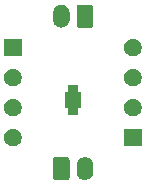
<source format=gbs>
G04 #@! TF.GenerationSoftware,KiCad,Pcbnew,5.0.1-33cea8e~68~ubuntu18.04.1*
G04 #@! TF.CreationDate,2018-11-17T13:39:52+01:00*
G04 #@! TF.ProjectId,MCP1702_SOT89_breakoutmodule_JST,4D4350313730325F534F5438395F6272,rev?*
G04 #@! TF.SameCoordinates,Original*
G04 #@! TF.FileFunction,Soldermask,Bot*
G04 #@! TF.FilePolarity,Negative*
%FSLAX46Y46*%
G04 Gerber Fmt 4.6, Leading zero omitted, Abs format (unit mm)*
G04 Created by KiCad (PCBNEW 5.0.1-33cea8e~68~ubuntu18.04.1) date za 17 nov 2018 13:39:52 CET*
%MOMM*%
%LPD*%
G01*
G04 APERTURE LIST*
%ADD10C,0.100000*%
G04 APERTURE END LIST*
D10*
G36*
X137037223Y-82935128D02*
X137169174Y-82975155D01*
X137290780Y-83040155D01*
X137397369Y-83127630D01*
X137484845Y-83234219D01*
X137549845Y-83355825D01*
X137589872Y-83487776D01*
X137600000Y-83590610D01*
X137600000Y-84209390D01*
X137589872Y-84312224D01*
X137549845Y-84444175D01*
X137484845Y-84565781D01*
X137397370Y-84672370D01*
X137290781Y-84759845D01*
X137169175Y-84824845D01*
X137037224Y-84864872D01*
X136900000Y-84878387D01*
X136762777Y-84864872D01*
X136630826Y-84824845D01*
X136509220Y-84759845D01*
X136402631Y-84672370D01*
X136315155Y-84565781D01*
X136250155Y-84444175D01*
X136210128Y-84312224D01*
X136200000Y-84209390D01*
X136200000Y-83590611D01*
X136210128Y-83487777D01*
X136250155Y-83355826D01*
X136315155Y-83234220D01*
X136402630Y-83127631D01*
X136509219Y-83040155D01*
X136630825Y-82975155D01*
X136762776Y-82935128D01*
X136900000Y-82921613D01*
X137037223Y-82935128D01*
X137037223Y-82935128D01*
G37*
G36*
X135423807Y-82929796D02*
X135464732Y-82942210D01*
X135502444Y-82962368D01*
X135535502Y-82989498D01*
X135562632Y-83022556D01*
X135582790Y-83060268D01*
X135595204Y-83101193D01*
X135600000Y-83149889D01*
X135600000Y-84650111D01*
X135595204Y-84698807D01*
X135582790Y-84739732D01*
X135562632Y-84777444D01*
X135535502Y-84810502D01*
X135502444Y-84837632D01*
X135464732Y-84857790D01*
X135423807Y-84870204D01*
X135375111Y-84875000D01*
X134424889Y-84875000D01*
X134376193Y-84870204D01*
X134335268Y-84857790D01*
X134297556Y-84837632D01*
X134264498Y-84810502D01*
X134237368Y-84777444D01*
X134217210Y-84739732D01*
X134204796Y-84698807D01*
X134200000Y-84650111D01*
X134200000Y-83149889D01*
X134204796Y-83101193D01*
X134217210Y-83060268D01*
X134237368Y-83022556D01*
X134264498Y-82989498D01*
X134297556Y-82962368D01*
X134335268Y-82942210D01*
X134376193Y-82929796D01*
X134424889Y-82925000D01*
X135375111Y-82925000D01*
X135423807Y-82929796D01*
X135423807Y-82929796D01*
G37*
G36*
X141720000Y-82030000D02*
X140220000Y-82030000D01*
X140220000Y-80530000D01*
X141720000Y-80530000D01*
X141720000Y-82030000D01*
X141720000Y-82030000D01*
G37*
G36*
X130956318Y-80544411D02*
X131028767Y-80558822D01*
X131085303Y-80582240D01*
X131165257Y-80615358D01*
X131288100Y-80697439D01*
X131392561Y-80801900D01*
X131474642Y-80924743D01*
X131531178Y-81061234D01*
X131560000Y-81206130D01*
X131560000Y-81353870D01*
X131531178Y-81498766D01*
X131474642Y-81635257D01*
X131392561Y-81758100D01*
X131288100Y-81862561D01*
X131165257Y-81944642D01*
X131085303Y-81977760D01*
X131028767Y-82001178D01*
X130956318Y-82015589D01*
X130883870Y-82030000D01*
X130736130Y-82030000D01*
X130663682Y-82015589D01*
X130591233Y-82001178D01*
X130534697Y-81977760D01*
X130454743Y-81944642D01*
X130331900Y-81862561D01*
X130227439Y-81758100D01*
X130145358Y-81635257D01*
X130088822Y-81498766D01*
X130060000Y-81353870D01*
X130060000Y-81206130D01*
X130088822Y-81061234D01*
X130145358Y-80924743D01*
X130227439Y-80801900D01*
X130331900Y-80697439D01*
X130454743Y-80615358D01*
X130534697Y-80582240D01*
X130591233Y-80558822D01*
X130663682Y-80544411D01*
X130736130Y-80530000D01*
X130883870Y-80530000D01*
X130956318Y-80544411D01*
X130956318Y-80544411D01*
G37*
G36*
X130956318Y-78004411D02*
X131028767Y-78018822D01*
X131085303Y-78042240D01*
X131165257Y-78075358D01*
X131288100Y-78157439D01*
X131392561Y-78261900D01*
X131474642Y-78384743D01*
X131531178Y-78521234D01*
X131560000Y-78666130D01*
X131560000Y-78813870D01*
X131531178Y-78958766D01*
X131474642Y-79095257D01*
X131392561Y-79218100D01*
X131288100Y-79322561D01*
X131165257Y-79404642D01*
X131085303Y-79437760D01*
X131028767Y-79461178D01*
X130956318Y-79475589D01*
X130883870Y-79490000D01*
X130736130Y-79490000D01*
X130663682Y-79475589D01*
X130591233Y-79461178D01*
X130534697Y-79437760D01*
X130454743Y-79404642D01*
X130331900Y-79322561D01*
X130227439Y-79218100D01*
X130145358Y-79095257D01*
X130088822Y-78958766D01*
X130060000Y-78813870D01*
X130060000Y-78666130D01*
X130088822Y-78521234D01*
X130145358Y-78384743D01*
X130227439Y-78261900D01*
X130331900Y-78157439D01*
X130454743Y-78075358D01*
X130534697Y-78042240D01*
X130591233Y-78018822D01*
X130663682Y-78004411D01*
X130736130Y-77990000D01*
X130883870Y-77990000D01*
X130956318Y-78004411D01*
X130956318Y-78004411D01*
G37*
G36*
X141116318Y-78004411D02*
X141188767Y-78018822D01*
X141245303Y-78042240D01*
X141325257Y-78075358D01*
X141448100Y-78157439D01*
X141552561Y-78261900D01*
X141634642Y-78384743D01*
X141691178Y-78521234D01*
X141720000Y-78666130D01*
X141720000Y-78813870D01*
X141691178Y-78958766D01*
X141634642Y-79095257D01*
X141552561Y-79218100D01*
X141448100Y-79322561D01*
X141325257Y-79404642D01*
X141245303Y-79437760D01*
X141188767Y-79461178D01*
X141116318Y-79475589D01*
X141043870Y-79490000D01*
X140896130Y-79490000D01*
X140823682Y-79475589D01*
X140751233Y-79461178D01*
X140694697Y-79437760D01*
X140614743Y-79404642D01*
X140491900Y-79322561D01*
X140387439Y-79218100D01*
X140305358Y-79095257D01*
X140248822Y-78958766D01*
X140220000Y-78813870D01*
X140220000Y-78666130D01*
X140248822Y-78521234D01*
X140305358Y-78384743D01*
X140387439Y-78261900D01*
X140491900Y-78157439D01*
X140614743Y-78075358D01*
X140694697Y-78042240D01*
X140751233Y-78018822D01*
X140823682Y-78004411D01*
X140896130Y-77990000D01*
X141043870Y-77990000D01*
X141116318Y-78004411D01*
X141116318Y-78004411D01*
G37*
G36*
X136300000Y-77275000D02*
X136302402Y-77299386D01*
X136309515Y-77322835D01*
X136321066Y-77344446D01*
X136336612Y-77363388D01*
X136355554Y-77378934D01*
X136377165Y-77390485D01*
X136400614Y-77397598D01*
X136425000Y-77400000D01*
X136600000Y-77400000D01*
X136600000Y-78800000D01*
X136425000Y-78800000D01*
X136400614Y-78802402D01*
X136377165Y-78809515D01*
X136355554Y-78821066D01*
X136336612Y-78836612D01*
X136321066Y-78855554D01*
X136309515Y-78877165D01*
X136302402Y-78900614D01*
X136300000Y-78925000D01*
X136300000Y-79400000D01*
X135500000Y-79400000D01*
X135500000Y-78925000D01*
X135497598Y-78900614D01*
X135490485Y-78877165D01*
X135478934Y-78855554D01*
X135463388Y-78836612D01*
X135444446Y-78821066D01*
X135422835Y-78809515D01*
X135399386Y-78802402D01*
X135375000Y-78800000D01*
X135200000Y-78800000D01*
X135200000Y-77400000D01*
X135375000Y-77400000D01*
X135399386Y-77397598D01*
X135422835Y-77390485D01*
X135444446Y-77378934D01*
X135463388Y-77363388D01*
X135478934Y-77344446D01*
X135490485Y-77322835D01*
X135497598Y-77299386D01*
X135500000Y-77275000D01*
X135500000Y-76800000D01*
X136300000Y-76800000D01*
X136300000Y-77275000D01*
X136300000Y-77275000D01*
G37*
G36*
X141116318Y-75464411D02*
X141188767Y-75478822D01*
X141245303Y-75502240D01*
X141325257Y-75535358D01*
X141448100Y-75617439D01*
X141552561Y-75721900D01*
X141634642Y-75844743D01*
X141691178Y-75981234D01*
X141720000Y-76126130D01*
X141720000Y-76273870D01*
X141691178Y-76418766D01*
X141634642Y-76555257D01*
X141552561Y-76678100D01*
X141448100Y-76782561D01*
X141325257Y-76864642D01*
X141245303Y-76897760D01*
X141188767Y-76921178D01*
X141116318Y-76935589D01*
X141043870Y-76950000D01*
X140896130Y-76950000D01*
X140823682Y-76935589D01*
X140751233Y-76921178D01*
X140694697Y-76897760D01*
X140614743Y-76864642D01*
X140491900Y-76782561D01*
X140387439Y-76678100D01*
X140305358Y-76555257D01*
X140248822Y-76418766D01*
X140220000Y-76273870D01*
X140220000Y-76126130D01*
X140248822Y-75981234D01*
X140305358Y-75844743D01*
X140387439Y-75721900D01*
X140491900Y-75617439D01*
X140614743Y-75535358D01*
X140694697Y-75502240D01*
X140751233Y-75478822D01*
X140823682Y-75464411D01*
X140896130Y-75450000D01*
X141043870Y-75450000D01*
X141116318Y-75464411D01*
X141116318Y-75464411D01*
G37*
G36*
X130956318Y-75464411D02*
X131028767Y-75478822D01*
X131085303Y-75502240D01*
X131165257Y-75535358D01*
X131288100Y-75617439D01*
X131392561Y-75721900D01*
X131474642Y-75844743D01*
X131531178Y-75981234D01*
X131560000Y-76126130D01*
X131560000Y-76273870D01*
X131531178Y-76418766D01*
X131474642Y-76555257D01*
X131392561Y-76678100D01*
X131288100Y-76782561D01*
X131165257Y-76864642D01*
X131085303Y-76897760D01*
X131028767Y-76921178D01*
X130956318Y-76935589D01*
X130883870Y-76950000D01*
X130736130Y-76950000D01*
X130663682Y-76935589D01*
X130591233Y-76921178D01*
X130534697Y-76897760D01*
X130454743Y-76864642D01*
X130331900Y-76782561D01*
X130227439Y-76678100D01*
X130145358Y-76555257D01*
X130088822Y-76418766D01*
X130060000Y-76273870D01*
X130060000Y-76126130D01*
X130088822Y-75981234D01*
X130145358Y-75844743D01*
X130227439Y-75721900D01*
X130331900Y-75617439D01*
X130454743Y-75535358D01*
X130534697Y-75502240D01*
X130591233Y-75478822D01*
X130663682Y-75464411D01*
X130736130Y-75450000D01*
X130883870Y-75450000D01*
X130956318Y-75464411D01*
X130956318Y-75464411D01*
G37*
G36*
X141116318Y-72924411D02*
X141188767Y-72938822D01*
X141245303Y-72962240D01*
X141325257Y-72995358D01*
X141448100Y-73077439D01*
X141552561Y-73181900D01*
X141634642Y-73304743D01*
X141691178Y-73441234D01*
X141720000Y-73586130D01*
X141720000Y-73733870D01*
X141691178Y-73878766D01*
X141634642Y-74015257D01*
X141552561Y-74138100D01*
X141448100Y-74242561D01*
X141325257Y-74324642D01*
X141245303Y-74357760D01*
X141188767Y-74381178D01*
X141116318Y-74395589D01*
X141043870Y-74410000D01*
X140896130Y-74410000D01*
X140823682Y-74395589D01*
X140751233Y-74381178D01*
X140694697Y-74357760D01*
X140614743Y-74324642D01*
X140491900Y-74242561D01*
X140387439Y-74138100D01*
X140305358Y-74015257D01*
X140248822Y-73878766D01*
X140220000Y-73733870D01*
X140220000Y-73586130D01*
X140248822Y-73441234D01*
X140305358Y-73304743D01*
X140387439Y-73181900D01*
X140491900Y-73077439D01*
X140614743Y-72995358D01*
X140694697Y-72962240D01*
X140751233Y-72938822D01*
X140823682Y-72924411D01*
X140896130Y-72910000D01*
X141043870Y-72910000D01*
X141116318Y-72924411D01*
X141116318Y-72924411D01*
G37*
G36*
X131560000Y-74410000D02*
X130060000Y-74410000D01*
X130060000Y-72910000D01*
X131560000Y-72910000D01*
X131560000Y-74410000D01*
X131560000Y-74410000D01*
G37*
G36*
X135037224Y-70035128D02*
X135169175Y-70075155D01*
X135290781Y-70140155D01*
X135397370Y-70227630D01*
X135484845Y-70334219D01*
X135549845Y-70455825D01*
X135589872Y-70587776D01*
X135600000Y-70690610D01*
X135600000Y-71309390D01*
X135589872Y-71412224D01*
X135549845Y-71544175D01*
X135484845Y-71665781D01*
X135397369Y-71772370D01*
X135290780Y-71859845D01*
X135169174Y-71924845D01*
X135037223Y-71964872D01*
X134900000Y-71978387D01*
X134762776Y-71964872D01*
X134630825Y-71924845D01*
X134509219Y-71859845D01*
X134402630Y-71772369D01*
X134315155Y-71665780D01*
X134250155Y-71544174D01*
X134210128Y-71412223D01*
X134200000Y-71309389D01*
X134200000Y-70690610D01*
X134210128Y-70587776D01*
X134250155Y-70455825D01*
X134315155Y-70334219D01*
X134402631Y-70227630D01*
X134509220Y-70140155D01*
X134630826Y-70075155D01*
X134762777Y-70035128D01*
X134900000Y-70021613D01*
X135037224Y-70035128D01*
X135037224Y-70035128D01*
G37*
G36*
X137423807Y-70029796D02*
X137464732Y-70042210D01*
X137502444Y-70062368D01*
X137535502Y-70089498D01*
X137562632Y-70122556D01*
X137582790Y-70160268D01*
X137595204Y-70201193D01*
X137600000Y-70249889D01*
X137600000Y-71750111D01*
X137595204Y-71798807D01*
X137582790Y-71839732D01*
X137562632Y-71877444D01*
X137535502Y-71910502D01*
X137502444Y-71937632D01*
X137464732Y-71957790D01*
X137423807Y-71970204D01*
X137375111Y-71975000D01*
X136424889Y-71975000D01*
X136376193Y-71970204D01*
X136335268Y-71957790D01*
X136297556Y-71937632D01*
X136264498Y-71910502D01*
X136237368Y-71877444D01*
X136217210Y-71839732D01*
X136204796Y-71798807D01*
X136200000Y-71750111D01*
X136200000Y-70249889D01*
X136204796Y-70201193D01*
X136217210Y-70160268D01*
X136237368Y-70122556D01*
X136264498Y-70089498D01*
X136297556Y-70062368D01*
X136335268Y-70042210D01*
X136376193Y-70029796D01*
X136424889Y-70025000D01*
X137375111Y-70025000D01*
X137423807Y-70029796D01*
X137423807Y-70029796D01*
G37*
M02*

</source>
